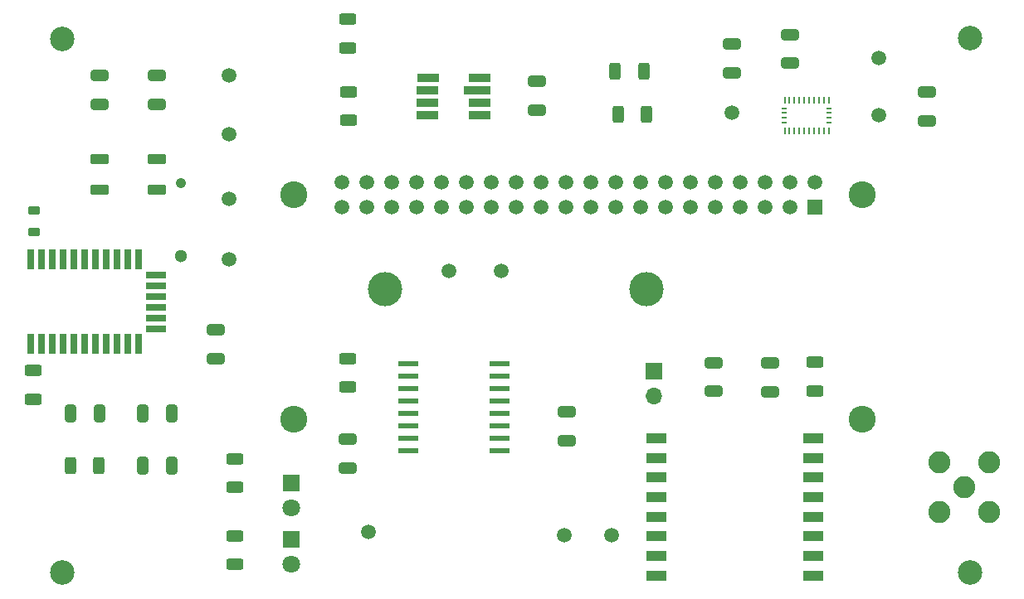
<source format=gts>
G04 #@! TF.GenerationSoftware,KiCad,Pcbnew,(6.0.7-1)-1*
G04 #@! TF.CreationDate,2023-01-09T19:50:39-06:00*
G04 #@! TF.ProjectId,Neutro_v1,4e657574-726f-45f7-9631-2e6b69636164,v1*
G04 #@! TF.SameCoordinates,Original*
G04 #@! TF.FileFunction,Soldermask,Top*
G04 #@! TF.FilePolarity,Negative*
%FSLAX46Y46*%
G04 Gerber Fmt 4.6, Leading zero omitted, Abs format (unit mm)*
G04 Created by KiCad (PCBNEW (6.0.7-1)-1) date 2023-01-09 19:50:39*
%MOMM*%
%LPD*%
G01*
G04 APERTURE LIST*
G04 Aperture macros list*
%AMRoundRect*
0 Rectangle with rounded corners*
0 $1 Rounding radius*
0 $2 $3 $4 $5 $6 $7 $8 $9 X,Y pos of 4 corners*
0 Add a 4 corners polygon primitive as box body*
4,1,4,$2,$3,$4,$5,$6,$7,$8,$9,$2,$3,0*
0 Add four circle primitives for the rounded corners*
1,1,$1+$1,$2,$3*
1,1,$1+$1,$4,$5*
1,1,$1+$1,$6,$7*
1,1,$1+$1,$8,$9*
0 Add four rect primitives between the rounded corners*
20,1,$1+$1,$2,$3,$4,$5,0*
20,1,$1+$1,$4,$5,$6,$7,0*
20,1,$1+$1,$6,$7,$8,$9,0*
20,1,$1+$1,$8,$9,$2,$3,0*%
G04 Aperture macros list end*
%ADD10C,1.500000*%
%ADD11RoundRect,0.250000X0.625000X-0.312500X0.625000X0.312500X-0.625000X0.312500X-0.625000X-0.312500X0*%
%ADD12RoundRect,0.250000X0.325000X0.650000X-0.325000X0.650000X-0.325000X-0.650000X0.325000X-0.650000X0*%
%ADD13RoundRect,0.250000X-0.625000X0.312500X-0.625000X-0.312500X0.625000X-0.312500X0.625000X0.312500X0*%
%ADD14RoundRect,0.250000X0.650000X-0.325000X0.650000X0.325000X-0.650000X0.325000X-0.650000X-0.325000X0*%
%ADD15C,2.500000*%
%ADD16RoundRect,0.250000X-0.650000X0.325000X-0.650000X-0.325000X0.650000X-0.325000X0.650000X0.325000X0*%
%ADD17RoundRect,0.250000X-0.312500X-0.625000X0.312500X-0.625000X0.312500X0.625000X-0.312500X0.625000X0*%
%ADD18RoundRect,0.250000X0.700000X-0.275000X0.700000X0.275000X-0.700000X0.275000X-0.700000X-0.275000X0*%
%ADD19RoundRect,0.218750X-0.381250X0.218750X-0.381250X-0.218750X0.381250X-0.218750X0.381250X0.218750X0*%
%ADD20C,2.250000*%
%ADD21R,0.700000X2.000000*%
%ADD22R,2.000000X0.700000*%
%ADD23RoundRect,0.041300X-0.983700X-0.253700X0.983700X-0.253700X0.983700X0.253700X-0.983700X0.253700X0*%
%ADD24R,2.000000X1.000000*%
%ADD25R,1.800000X1.800000*%
%ADD26C,1.800000*%
%ADD27R,2.250000X0.900000*%
%ADD28R,2.800000X0.900000*%
%ADD29R,0.250000X0.675000*%
%ADD30R,0.575000X0.250000*%
%ADD31C,2.750000*%
%ADD32R,1.508000X1.508000*%
%ADD33C,1.508000*%
%ADD34C,1.300000*%
%ADD35C,1.050000*%
%ADD36C,3.500000*%
%ADD37R,1.700000X1.700000*%
%ADD38O,1.700000X1.700000*%
G04 APERTURE END LIST*
D10*
X157353000Y-125222000D03*
D11*
X103124000Y-111262500D03*
X103124000Y-108337500D03*
D12*
X117252998Y-112727500D03*
X114302998Y-112727500D03*
D13*
X135200000Y-107137500D03*
X135200000Y-110062500D03*
D14*
X135255000Y-118315000D03*
X135255000Y-115365000D03*
D10*
X123143998Y-78232000D03*
D15*
X198700000Y-74400000D03*
D12*
X117252998Y-118061500D03*
X114302998Y-118061500D03*
D10*
X123143998Y-90805000D03*
X150876000Y-98171000D03*
D16*
X174449000Y-74979000D03*
X174449000Y-77929000D03*
D14*
X154559000Y-81739000D03*
X154559000Y-78789000D03*
D17*
X162537500Y-77800000D03*
X165462500Y-77800000D03*
D16*
X194310000Y-79932000D03*
X194310000Y-82882000D03*
D18*
X115777998Y-89918500D03*
X115777998Y-86768500D03*
D17*
X162826500Y-82169000D03*
X165751500Y-82169000D03*
D10*
X189435000Y-76454000D03*
D14*
X109935998Y-81182500D03*
X109935998Y-78232500D03*
D10*
X162179000Y-125222000D03*
D19*
X103251000Y-92037500D03*
X103251000Y-94162500D03*
D10*
X123143998Y-97028000D03*
D20*
X198120000Y-120269000D03*
X200660000Y-117729000D03*
X200660000Y-122809000D03*
X195580000Y-122809000D03*
X195580000Y-117729000D03*
D13*
X135337500Y-79875000D03*
X135337500Y-82800000D03*
D12*
X109886998Y-112727500D03*
X106936998Y-112727500D03*
D13*
X123700000Y-117375000D03*
X123700000Y-120300000D03*
D10*
X174449000Y-82042000D03*
D14*
X121793000Y-107139000D03*
X121793000Y-104189000D03*
D18*
X109935998Y-89918500D03*
X109935998Y-86768500D03*
D15*
X106100000Y-129000000D03*
D13*
X135200000Y-72475000D03*
X135200000Y-75400000D03*
D16*
X157607000Y-112571000D03*
X157607000Y-115521000D03*
X178308000Y-107618000D03*
X178308000Y-110568000D03*
D17*
X106949498Y-118061500D03*
X109874498Y-118061500D03*
D13*
X182880000Y-107503500D03*
X182880000Y-110428500D03*
D10*
X189435000Y-82296000D03*
D15*
X198700000Y-129000000D03*
D21*
X102874000Y-105617500D03*
X103974000Y-105617500D03*
X105074000Y-105617500D03*
X106174000Y-105617500D03*
X107274000Y-105617500D03*
X108374000Y-105617500D03*
X109474000Y-105617500D03*
X110574000Y-105617500D03*
X111674000Y-105617500D03*
X112774000Y-105617500D03*
X113874000Y-105617500D03*
D22*
X115674000Y-104067500D03*
X115674000Y-102967500D03*
X115674000Y-101867500D03*
X115674000Y-100767500D03*
X115674000Y-99667500D03*
X115674000Y-98567500D03*
D21*
X113874000Y-96977500D03*
X112774000Y-96977500D03*
X111674000Y-96977500D03*
X110574000Y-96977500D03*
X109474000Y-96977500D03*
X108374000Y-96977500D03*
X107274000Y-96977500D03*
X106174000Y-96977500D03*
X105074000Y-96977500D03*
X103974000Y-96977500D03*
X102874000Y-96977500D03*
D10*
X145542000Y-98171000D03*
X123143998Y-84201000D03*
D23*
X141395000Y-107696000D03*
X141395000Y-108966000D03*
X141395000Y-110236000D03*
X141395000Y-111506000D03*
X141395000Y-112776000D03*
X141395000Y-114046000D03*
X141395000Y-115316000D03*
X141395000Y-116586000D03*
X150705000Y-116586000D03*
X150705000Y-115316000D03*
X150705000Y-114046000D03*
X150705000Y-112776000D03*
X150705000Y-111506000D03*
X150705000Y-110236000D03*
X150705000Y-108966000D03*
X150705000Y-107696000D03*
D15*
X106100000Y-74500000D03*
D13*
X123700000Y-125237500D03*
X123700000Y-128162500D03*
D16*
X180340000Y-74012000D03*
X180340000Y-76962000D03*
D14*
X115777998Y-81133500D03*
X115777998Y-78183500D03*
D24*
X166752000Y-115301000D03*
X166752000Y-117301000D03*
X166752000Y-119301000D03*
X166752000Y-121301000D03*
X166752000Y-123301000D03*
X166752000Y-125301000D03*
X166752000Y-127301000D03*
X166752000Y-129301000D03*
X182752000Y-129301000D03*
X182752000Y-127301000D03*
X182752000Y-125301000D03*
X182752000Y-123301000D03*
X182752000Y-121301000D03*
X182752000Y-119301000D03*
X182752000Y-117301000D03*
X182752000Y-115301000D03*
D25*
X129500000Y-119825000D03*
D26*
X129500000Y-122365000D03*
D27*
X148733000Y-82276000D03*
X148733000Y-81026000D03*
D28*
X148458000Y-79726000D03*
D27*
X148733000Y-78476000D03*
X143430500Y-78476000D03*
X143383000Y-79726000D03*
X143383000Y-81026000D03*
X143383000Y-82276000D03*
D29*
X179819000Y-80733500D03*
D30*
X179756500Y-81546000D03*
X179756500Y-82046000D03*
X179756500Y-82546000D03*
X179756500Y-83046000D03*
D29*
X179819000Y-83858500D03*
X180319000Y-83858500D03*
X180819000Y-83858500D03*
X181319000Y-83858500D03*
X181819000Y-83858500D03*
X182319000Y-83858500D03*
X182819000Y-83858500D03*
X183319000Y-83858500D03*
X183819000Y-83858500D03*
X184319000Y-83858500D03*
D30*
X184381500Y-83046000D03*
X184381500Y-82546000D03*
X184381500Y-82046000D03*
X184381500Y-81546000D03*
D29*
X184319000Y-80733500D03*
X183819000Y-80733500D03*
X183319000Y-80733500D03*
X182819000Y-80733500D03*
X182319000Y-80733500D03*
X181819000Y-80733500D03*
X181319000Y-80733500D03*
X180819000Y-80733500D03*
X180319000Y-80733500D03*
D10*
X137312400Y-124866400D03*
D25*
X129500000Y-125625000D03*
D26*
X129500000Y-128165000D03*
D16*
X172593000Y-107540000D03*
X172593000Y-110490000D03*
D31*
X187750000Y-113358000D03*
X187750000Y-90358000D03*
X129750000Y-113358000D03*
X129750000Y-90358000D03*
D32*
X182880000Y-91628000D03*
D33*
X182880000Y-89088000D03*
X180340000Y-91628000D03*
X180340000Y-89088000D03*
X177800000Y-91628000D03*
X177800000Y-89088000D03*
X175260000Y-91628000D03*
X175260000Y-89088000D03*
X172720000Y-91628000D03*
X172720000Y-89088000D03*
X170180000Y-91628000D03*
X170180000Y-89088000D03*
X167640000Y-91628000D03*
X167640000Y-89088000D03*
X165100000Y-91628000D03*
X165100000Y-89088000D03*
X162560000Y-91628000D03*
X162560000Y-89088000D03*
X160020000Y-91628000D03*
X160020000Y-89088000D03*
X157480000Y-91628000D03*
X157480000Y-89088000D03*
X154940000Y-91628000D03*
X154940000Y-89088000D03*
X152400000Y-91628000D03*
X152400000Y-89088000D03*
X149860000Y-91628000D03*
X149860000Y-89088000D03*
X147320000Y-91628000D03*
X147320000Y-89088000D03*
X144780000Y-91628000D03*
X144780000Y-89088000D03*
X142240000Y-91628000D03*
X142240000Y-89088000D03*
X139700000Y-91628000D03*
X139700000Y-89088000D03*
X137160000Y-91628000D03*
X137160000Y-89088000D03*
X134620000Y-91628000D03*
X134620000Y-89088000D03*
D34*
X118237000Y-96637099D03*
D35*
X118237000Y-89187099D03*
D36*
X165735000Y-100076000D03*
X139065000Y-100076000D03*
D37*
X166497000Y-108458000D03*
D38*
X166497000Y-110998000D03*
M02*

</source>
